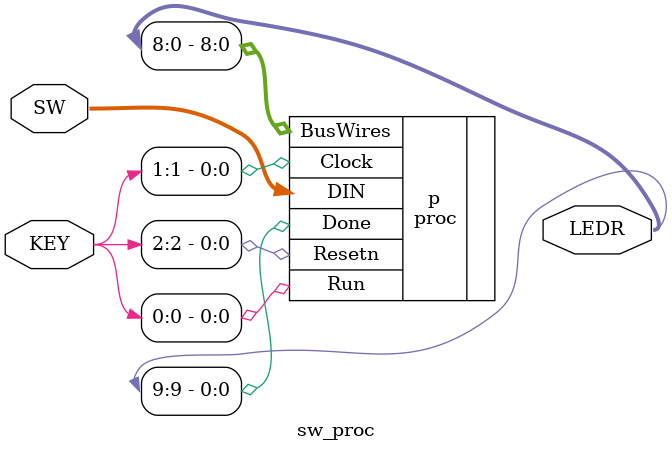
<source format=v>
module sw_proc(
	input [8:0] SW,
	input [2:0] KEY,
	output [9:0] LEDR
);
	proc p(
		.DIN(SW), 
		.Resetn(KEY[2]), 
		.Clock(KEY[1]), 
		.Run(KEY[0]),
		.Done(LEDR[9]), 
		.BusWires(LEDR[8:0]));
endmodule
 
</source>
